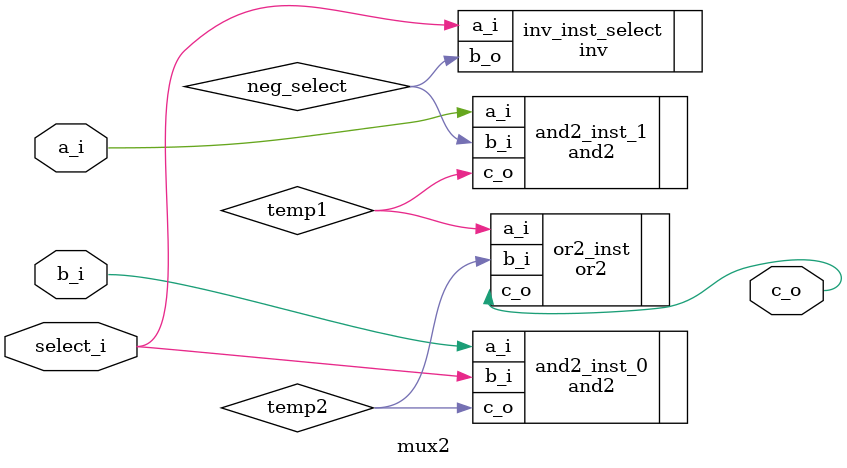
<source format=sv>
module mux2
  (input [0:0] a_i
  ,input [0:0] b_i
  ,input [0:0] select_i
  ,output [0:0] c_o);

   // Your code here:
   wire [0:0] neg_select;
   wire [0:0] temp1;
   wire [0:0] temp2;
  
   inv
    #()
    inv_inst_select
     (.a_i(select_i)
     ,.b_o(neg_select)
     );

   and2
    #()
    and2_inst_1
     (.a_i(a_i)
    , .b_i(neg_select)
    , .c_o(temp1)
    );
  
   and2
    #()
    and2_inst_0
     (.a_i(b_i)
    , .b_i(select_i)
    , .c_o(temp2)
    );

   or2
    #()
    or2_inst
     (.a_i(temp1)
    , .b_i(temp2)
    , .c_o(c_o)
    );

endmodule

</source>
